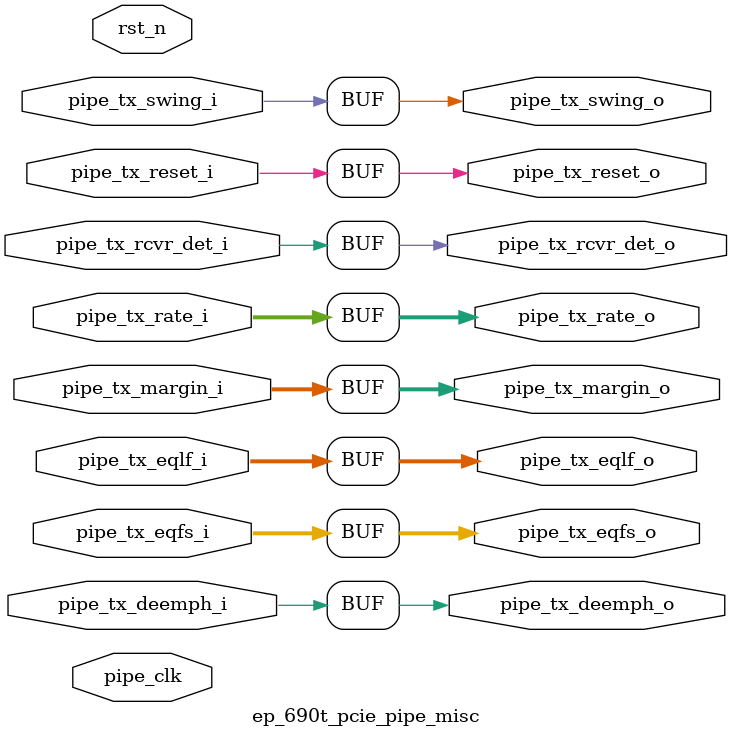
<source format=v>

`timescale 1ps/1ps

module ep_690t_pcie_pipe_misc #
(
  parameter        TCQ = 100,
  parameter        PIPE_PIPELINE_STAGES = 0    // 0 - 0 stages, 1 - 1 stage, 2 - 2 stages
) (

  input   wire        pipe_tx_rcvr_det_i      ,     // PIPE Tx Receiver Detect
  input   wire        pipe_tx_reset_i         ,     // PIPE Tx Reset
  input   wire [1:0]  pipe_tx_rate_i          ,     // PIPE Tx Rate
  input   wire        pipe_tx_deemph_i        ,     // PIPE Tx Deemphasis
  input   wire [2:0]  pipe_tx_margin_i        ,     // PIPE Tx Margin
  input   wire        pipe_tx_swing_i         ,     // PIPE Tx Swing
  input   wire [5:0]  pipe_tx_eqfs_i          ,     // PIPE Tx
  input   wire [5:0]  pipe_tx_eqlf_i          ,     // PIPE Tx
  output  wire        pipe_tx_rcvr_det_o      ,     // Pipelined PIPE Tx Receiver Detect
  output  wire        pipe_tx_reset_o         ,     // Pipelined PIPE Tx Reset
  output  wire [1:0]  pipe_tx_rate_o          ,     // Pipelined PIPE Tx Rate
  output  wire        pipe_tx_deemph_o        ,     // Pipelined PIPE Tx Deemphasis
  output  wire [2:0]  pipe_tx_margin_o        ,     // Pipelined PIPE Tx Margin
  output  wire        pipe_tx_swing_o         ,     // Pipelined PIPE Tx Swing
  output wire [5:0]  pipe_tx_eqfs_o           ,     // PIPE Tx
  output wire [5:0]  pipe_tx_eqlf_o           ,     // PIPE Tx

  input   wire        pipe_clk                ,     // PIPE Clock
  input   wire        rst_n                         // Reset
);

  //******************************************************************//
  // Reality check.                                                   //
  //******************************************************************//

  reg                pipe_tx_rcvr_det_q       ;
  reg                pipe_tx_reset_q          ;
  reg [1:0]          pipe_tx_rate_q           ;
  reg                pipe_tx_deemph_q         ;
  reg [2:0]          pipe_tx_margin_q         ;
  reg                pipe_tx_swing_q          ;
  reg                pipe_tx_eqfs_q          ;
  reg                pipe_tx_eqlf_q          ;

  reg                pipe_tx_rcvr_det_qq      ;
  reg                pipe_tx_reset_qq         ;
  reg [1:0]          pipe_tx_rate_qq          ;
  reg                pipe_tx_deemph_qq        ;
  reg [2:0]          pipe_tx_margin_qq        ;
  reg                pipe_tx_swing_qq         ;
  reg                pipe_tx_eqfs_qq          ;
  reg                pipe_tx_eqlf_qq          ;


  generate

  if (PIPE_PIPELINE_STAGES == 0) begin : pipe_stages_0

      assign pipe_tx_rcvr_det_o = pipe_tx_rcvr_det_i;
      assign pipe_tx_reset_o    = pipe_tx_reset_i;
      assign pipe_tx_rate_o     = pipe_tx_rate_i;
      assign pipe_tx_deemph_o   = pipe_tx_deemph_i;
      assign pipe_tx_margin_o   = pipe_tx_margin_i;
      assign pipe_tx_swing_o    = pipe_tx_swing_i;
      assign pipe_tx_eqfs_o     = pipe_tx_eqfs_i;
      assign pipe_tx_eqlf_o     = pipe_tx_eqlf_i;

  end // if (PIPE_PIPELINE_STAGES == 0)
  else if (PIPE_PIPELINE_STAGES == 1) begin : pipe_stages_1

    always @(posedge pipe_clk) begin

      if (!rst_n)
      begin

        pipe_tx_rcvr_det_q <= #TCQ 1'b0;
        pipe_tx_reset_q    <= #TCQ 1'b1;
        pipe_tx_rate_q     <= #TCQ 2'b0;
        pipe_tx_deemph_q   <= #TCQ 1'b1;
        pipe_tx_margin_q   <= #TCQ 3'b0;
        pipe_tx_swing_q    <= #TCQ 1'b0;
        pipe_tx_eqfs_q     <= #TCQ 5'b0;
        pipe_tx_eqlf_q     <= #TCQ 5'b0;

      end
      else
      begin

        pipe_tx_rcvr_det_q <= #TCQ pipe_tx_rcvr_det_i;
        pipe_tx_reset_q    <= #TCQ pipe_tx_reset_i;
        pipe_tx_rate_q     <= #TCQ pipe_tx_rate_i;
        pipe_tx_deemph_q   <= #TCQ pipe_tx_deemph_i;
        pipe_tx_margin_q   <= #TCQ pipe_tx_margin_i;
        pipe_tx_swing_q    <= #TCQ pipe_tx_swing_i;
        pipe_tx_eqfs_q     <= #TCQ pipe_tx_eqfs_i;
        pipe_tx_eqlf_q     <= #TCQ pipe_tx_eqlf_i;

      end

    end

    assign pipe_tx_rcvr_det_o = pipe_tx_rcvr_det_q;
    assign pipe_tx_reset_o    = pipe_tx_reset_q;
    assign pipe_tx_rate_o     = pipe_tx_rate_q;
    assign pipe_tx_deemph_o   = pipe_tx_deemph_q;
    assign pipe_tx_margin_o   = pipe_tx_margin_q;
    assign pipe_tx_swing_o    = pipe_tx_swing_q;
    assign pipe_tx_eqfs_o     = pipe_tx_eqfs_q;
    assign pipe_tx_eqlf_o     = pipe_tx_eqlf_q;

  end // if (PIPE_PIPELINE_STAGES == 1)
  else if (PIPE_PIPELINE_STAGES == 2) begin : pipe_stages_2

    always @(posedge pipe_clk) begin

      if (!rst_n)
      begin

        pipe_tx_rcvr_det_q  <= #TCQ 1'b0;
        pipe_tx_reset_q     <= #TCQ 1'b1;
        pipe_tx_rate_q      <= #TCQ 2'b0;
        pipe_tx_deemph_q    <= #TCQ 1'b1;
        pipe_tx_margin_q    <= #TCQ 1'b0;
        pipe_tx_swing_q     <= #TCQ 1'b0;
        pipe_tx_eqfs_q      <= #TCQ 5'b0;
        pipe_tx_eqlf_q      <= #TCQ 5'b0;

        pipe_tx_rcvr_det_qq <= #TCQ 1'b0;
        pipe_tx_reset_qq    <= #TCQ 1'b1;
        pipe_tx_rate_qq     <= #TCQ 2'b0;
        pipe_tx_deemph_qq   <= #TCQ 1'b1;
        pipe_tx_margin_qq   <= #TCQ 1'b0;
        pipe_tx_swing_qq    <= #TCQ 1'b0;
        pipe_tx_eqfs_qq     <= #TCQ 5'b0;
        pipe_tx_eqlf_qq     <= #TCQ 5'b0;

      end
      else
      begin

        pipe_tx_rcvr_det_q  <= #TCQ pipe_tx_rcvr_det_i;
        pipe_tx_reset_q     <= #TCQ pipe_tx_reset_i;
        pipe_tx_rate_q      <= #TCQ pipe_tx_rate_i;
        pipe_tx_deemph_q    <= #TCQ pipe_tx_deemph_i;
        pipe_tx_margin_q    <= #TCQ pipe_tx_margin_i;
        pipe_tx_swing_q     <= #TCQ pipe_tx_swing_i;
        pipe_tx_eqfs_q      <= #TCQ pipe_tx_eqfs_i;
        pipe_tx_eqlf_q      <= #TCQ pipe_tx_eqlf_i;

        pipe_tx_rcvr_det_qq <= #TCQ pipe_tx_rcvr_det_q;
        pipe_tx_reset_qq    <= #TCQ pipe_tx_reset_q;
        pipe_tx_rate_qq     <= #TCQ pipe_tx_rate_q;
        pipe_tx_deemph_qq   <= #TCQ pipe_tx_deemph_q;
        pipe_tx_margin_qq   <= #TCQ pipe_tx_margin_q;
        pipe_tx_swing_qq    <= #TCQ pipe_tx_swing_q;
        pipe_tx_eqfs_qq     <= #TCQ pipe_tx_eqfs_q;
        pipe_tx_eqlf_qq     <= #TCQ pipe_tx_eqlf_q;

      end

    end

    assign pipe_tx_rcvr_det_o = pipe_tx_rcvr_det_qq;
    assign pipe_tx_reset_o    = pipe_tx_reset_qq;
    assign pipe_tx_rate_o     = pipe_tx_rate_qq;
    assign pipe_tx_deemph_o   = pipe_tx_deemph_qq;
    assign pipe_tx_margin_o   = pipe_tx_margin_qq;
    assign pipe_tx_swing_o    = pipe_tx_swing_qq;
    assign pipe_tx_eqfs_o     = pipe_tx_eqfs_qq;
    assign pipe_tx_eqlf_o     = pipe_tx_eqlf_qq;

  end // if (PIPE_PIPELINE_STAGES == 2)

  // Default to zero pipeline stages if PIPE_PIPELINE_STAGES != 0,1,2
  else begin
    assign pipe_tx_rcvr_det_o = pipe_tx_rcvr_det_i;
    assign pipe_tx_reset_o    = pipe_tx_reset_i;
    assign pipe_tx_rate_o     = pipe_tx_rate_i;
    assign pipe_tx_deemph_o   = pipe_tx_deemph_i;
    assign pipe_tx_margin_o   = pipe_tx_margin_i;
    assign pipe_tx_swing_o    = pipe_tx_swing_i;
    assign pipe_tx_eqfs_o     = pipe_tx_eqfs_i;
    assign pipe_tx_eqlf_o     = pipe_tx_eqlf_i;
  end
  endgenerate

endmodule


</source>
